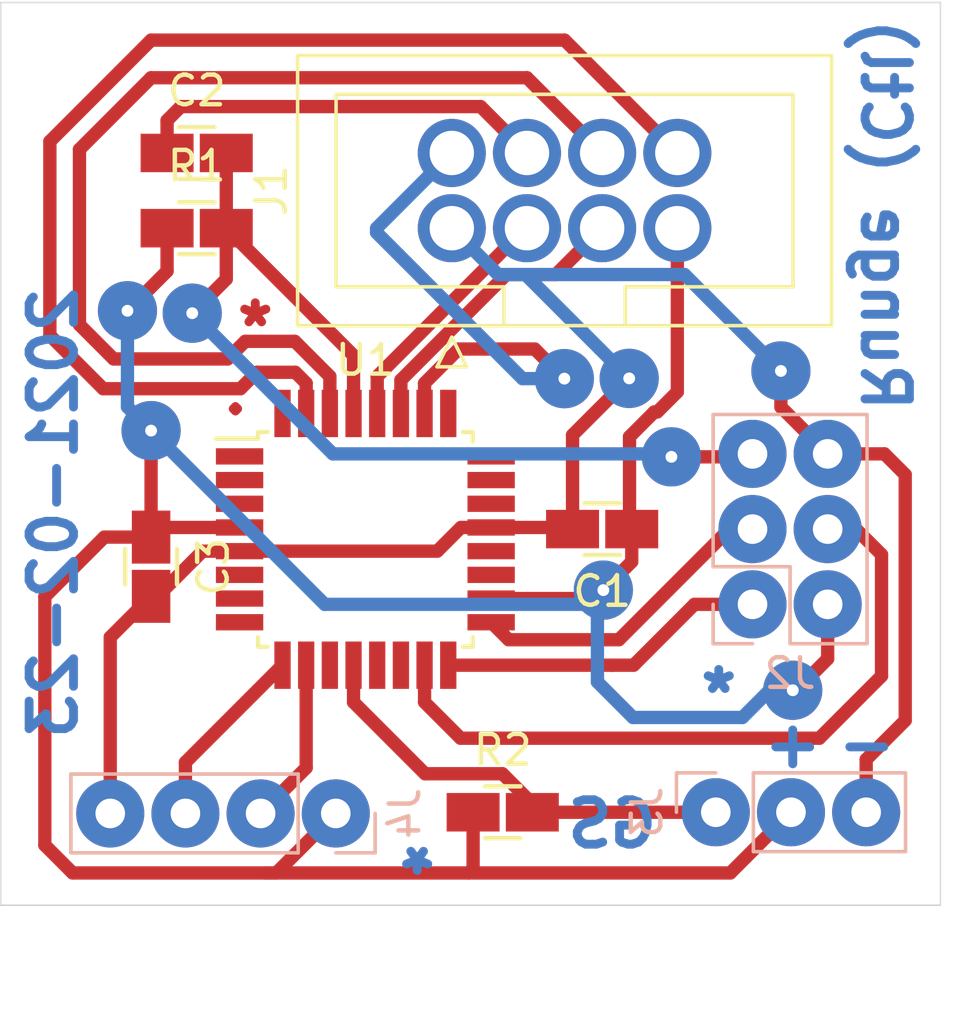
<source format=kicad_pcb>
(kicad_pcb (version 20221018) (generator pcbnew)
  (layers (0 "F.Cu" signal) (31 "B.Cu" signal) (34 "B.Paste" user) (35 "F.Paste" user) (36 "B.SilkS" user "B.Silkscreen") (37 "F.SilkS" user "F.Silkscreen") (38 "B.Mask" user) (39 "F.Mask" user) (44 "Edge.Cuts" user))
  (net 0 "")
  (net 1 "+5V")
  (net 2 "GND")
  (net 3 "DTR")
  (net 4 "RESET")
  (net 5 "TXD")
  (net 6 "RXD")
  (net 7 "INT")
  (net 8 "SDA")
  (net 9 "SCL")
  (net 10 "MOSI")
  (net 11 "SCK")
  (net 12 "MISO")
  (net 13 "GRINDER")
  (net 14 "Net-(J4-Pad3)")
  (net 15 "Net-(J4-Pad2)")
  (footprint "coddingtonbear:0805_Milling" (layer "F.Cu") (at 149.86 66.04 180)
    (fp_text reference "C1" (at 0 -2.1) (layer "F.SilkS"))
    (fp_text value "0.1u")
    (fp_line (start -0.6 -0.875) (end 0.6 -0.875) (stroke (width 0.15)) (layer "F.SilkS"))
    (fp_line (start 0.6 0.875) (end -0.6 0.875) (stroke (width 0.15)) (layer "F.SilkS"))
    (pad "1" smd rect (at -1 0 180) (size 1.79 1.3) (layers "F.Cu" "F.Paste" "F.Mask") (net 1 "+5V"))
    (pad "2" smd rect (at 1 0 180) (size 1.79 1.3) (layers "F.Cu" "F.Paste" "F.Mask") (net 2 "GND"))
  )
  (footprint "coddingtonbear:0805_Milling" (layer "F.Cu") (at 136.16 53.34)
    (fp_text reference "C2" (at 0 -2.1) (layer "F.SilkS"))
    (fp_text value "0.1u")
    (fp_line (start -0.6 -0.875) (end 0.6 -0.875) (stroke (width 0.15)) (layer "F.SilkS"))
    (fp_line (start 0.6 0.875) (end -0.6 0.875) (stroke (width 0.15)) (layer "F.SilkS"))
    (pad "1" smd rect (at -1 0) (size 1.79 1.3) (layers "F.Cu" "F.Paste" "F.Mask") (net 3 "DTR"))
    (pad "2" smd rect (at 1 0) (size 1.79 1.3) (layers "F.Cu" "F.Paste" "F.Mask") (net 4 "RESET"))
  )
  (footprint "Connector_IDC:IDC-Header_2x04_P2.54mm_Vertical" (layer "F.Cu") (at 144.78 55.88 90)
    (fp_text reference "J1" (at 1.27 -6.1 90) (layer "F.SilkS"))
    (fp_text value "Board Connector")
    (fp_line (start -4.68 -0.5) (end -4.68 0.5) (stroke (width 0.12)) (layer "F.SilkS"))
    (fp_line (start -4.68 0.5) (end -3.68 0) (stroke (width 0.12)) (layer "F.SilkS"))
    (fp_line (start -3.68 0) (end -4.68 -0.5) (stroke (width 0.12)) (layer "F.SilkS"))
    (fp_line (start -3.29 -5.21) (end 5.83 -5.21) (stroke (width 0.12)) (layer "F.SilkS"))
    (fp_line (start -3.29 1.76) (end -1.98 1.76) (stroke (width 0.12)) (layer "F.SilkS"))
    (fp_line (start -3.29 12.83) (end -3.29 -5.21) (stroke (width 0.12)) (layer "F.SilkS"))
    (fp_line (start -1.98 -3.91) (end 4.52 -3.91) (stroke (width 0.12)) (layer "F.SilkS"))
    (fp_line (start -1.98 1.76) (end -1.98 -3.91) (stroke (width 0.12)) (layer "F.SilkS"))
    (fp_line (start -1.98 5.86) (end -3.29 5.86) (stroke (width 0.12)) (layer "F.SilkS"))
    (fp_line (start -1.98 5.86) (end -1.98 5.86) (stroke (width 0.12)) (layer "F.SilkS"))
    (fp_line (start -1.98 11.53) (end -1.98 5.86) (stroke (width 0.12)) (layer "F.SilkS"))
    (fp_line (start 4.52 -3.91) (end 4.52 11.53) (stroke (width 0.12)) (layer "F.SilkS"))
    (fp_line (start 4.52 11.53) (end -1.98 11.53) (stroke (width 0.12)) (layer "F.SilkS"))
    (fp_line (start 5.83 -5.21) (end 5.83 12.83) (stroke (width 0.12)) (layer "F.SilkS"))
    (fp_line (start 5.83 12.83) (end -3.29 12.83) (stroke (width 0.12)) (layer "F.SilkS"))
    (pad "1" thru_hole circle (at 0 0 90) (size 2.3 2.3) (drill 1.5) (layers "*.Cu" "*.Mask") (net 2 "GND"))
    (pad "2" thru_hole circle (at 2.54 0 90) (size 2.3 2.3) (drill 1.5) (layers "*.Cu" "*.Mask") (net 7 "INT"))
    (pad "3" thru_hole circle (at 0 2.54 90) (size 2.3 2.3) (drill 1.5) (layers "*.Cu" "*.Mask") (net 9 "SCL"))
    (pad "4" thru_hole circle (at 2.54 2.54 90) (size 2.3 2.3) (drill 1.5) (layers "*.Cu" "*.Mask") (net 3 "DTR"))
    (pad "5" thru_hole circle (at 0 5.08 90) (size 2.3 2.3) (drill 1.5) (layers "*.Cu" "*.Mask") (net 8 "SDA"))
    (pad "6" thru_hole circle (at 2.54 5.08 90) (size 2.3 2.3) (drill 1.5) (layers "*.Cu" "*.Mask") (net 6 "RXD"))
    (pad "7" thru_hole circle (at 0 7.62 90) (size 2.3 2.3) (drill 1.5) (layers "*.Cu" "*.Mask") (net 1 "+5V"))
    (pad "8" thru_hole circle (at 2.54 7.62 90) (size 2.3 2.3) (drill 1.5) (layers "*.Cu" "*.Mask") (net 5 "TXD"))
  )
  (footprint "coddingtonbear:0805_Milling" (layer "F.Cu") (at 136.16 55.88)
    (fp_text reference "R1" (at 0 -2.1) (layer "F.SilkS"))
    (fp_text value "10k")
    (fp_line (start -0.6 -0.875) (end 0.6 -0.875) (stroke (width 0.15)) (layer "F.SilkS"))
    (fp_line (start 0.6 0.875) (end -0.6 0.875) (stroke (width 0.15)) (layer "F.SilkS"))
    (pad "1" smd rect (at -1 0) (size 1.79 1.3) (layers "F.Cu" "F.Paste" "F.Mask") (net 1 "+5V"))
    (pad "2" smd rect (at 1 0) (size 1.79 1.3) (layers "F.Cu" "F.Paste" "F.Mask") (net 4 "RESET"))
  )
  (footprint "coddingtonbear:0805_Milling" (layer "F.Cu") (at 146.5 75.6)
    (fp_text reference "R2" (at 0 -2.1) (layer "F.SilkS"))
    (fp_text value "10k")
    (fp_line (start -0.6 -0.875) (end 0.6 -0.875) (stroke (width 0.15)) (layer "F.SilkS"))
    (fp_line (start 0.6 0.875) (end -0.6 0.875) (stroke (width 0.15)) (layer "F.SilkS"))
    (pad "1" smd rect (at -1 0) (size 1.79 1.3) (layers "F.Cu" "F.Paste" "F.Mask") (net 1 "+5V"))
    (pad "2" smd rect (at 1 0) (size 1.79 1.3) (layers "F.Cu" "F.Paste" "F.Mask") (net 13 "GRINDER"))
  )
  (footprint "Package_QFP:TQFP-32_7x7mm_P0.8mm" (layer "F.Cu") (at 141.860001 66.385)
    (fp_text reference "U1" (at 0 -6.05) (layer "F.SilkS"))
    (fp_text value "ATmega328PB-AU")
    (fp_line (start -3.625 -3.625) (end -3.625 -3.4) (stroke (width 0.15)) (layer "F.SilkS"))
    (fp_line (start -3.625 -3.625) (end -3.3 -3.625) (stroke (width 0.15)) (layer "F.SilkS"))
    (fp_line (start -3.625 -3.4) (end -5.05 -3.4) (stroke (width 0.15)) (layer "F.SilkS"))
    (fp_line (start -3.625 3.625) (end -3.625 3.3) (stroke (width 0.15)) (layer "F.SilkS"))
    (fp_line (start -3.625 3.625) (end -3.3 3.625) (stroke (width 0.15)) (layer "F.SilkS"))
    (fp_line (start 3.625 -3.625) (end 3.3 -3.625) (stroke (width 0.15)) (layer "F.SilkS"))
    (fp_line (start 3.625 -3.625) (end 3.625 -3.3) (stroke (width 0.15)) (layer "F.SilkS"))
    (fp_line (start 3.625 3.625) (end 3.3 3.625) (stroke (width 0.15)) (layer "F.SilkS"))
    (fp_line (start 3.625 3.625) (end 3.625 3.3) (stroke (width 0.15)) (layer "F.SilkS"))
    (pad "1" smd rect (at -4.25 -2.8) (size 1.6 0.55) (layers "F.Cu" "F.Paste" "F.Mask"))
    (pad "2" smd rect (at -4.25 -2) (size 1.6 0.55) (layers "F.Cu" "F.Paste" "F.Mask"))
    (pad "3" smd rect (at -4.25 -1.2) (size 1.6 0.55) (layers "F.Cu" "F.Paste" "F.Mask"))
    (pad "4" smd rect (at -4.25 -0.4) (size 1.6 0.55) (layers "F.Cu" "F.Paste" "F.Mask") (net 1 "+5V"))
    (pad "5" smd rect (at -4.25 0.4) (size 1.6 0.55) (layers "F.Cu" "F.Paste" "F.Mask") (net 2 "GND"))
    (pad "6" smd rect (at -4.25 1.2) (size 1.6 0.55) (layers "F.Cu" "F.Paste" "F.Mask"))
    (pad "7" smd rect (at -4.25 2) (size 1.6 0.55) (layers "F.Cu" "F.Paste" "F.Mask"))
    (pad "8" smd rect (at -4.25 2.8) (size 1.6 0.55) (layers "F.Cu" "F.Paste" "F.Mask"))
    (pad "9" smd rect (at -2.8 4.25 90) (size 1.6 0.55) (layers "F.Cu" "F.Paste" "F.Mask") (net 14 "Net-(J4-Pad3)"))
    (pad "10" smd rect (at -2 4.25 90) (size 1.6 0.55) (layers "F.Cu" "F.Paste" "F.Mask") (net 15 "Net-(J4-Pad2)"))
    (pad "11" smd rect (at -1.2 4.25 90) (size 1.6 0.55) (layers "F.Cu" "F.Paste" "F.Mask"))
    (pad "12" smd rect (at -0.4 4.25 90) (size 1.6 0.55) (layers "F.Cu" "F.Paste" "F.Mask") (net 13 "GRINDER"))
    (pad "13" smd rect (at 0.4 4.25 90) (size 1.6 0.55) (layers "F.Cu" "F.Paste" "F.Mask"))
    (pad "14" smd rect (at 1.2 4.25 90) (size 1.6 0.55) (layers "F.Cu" "F.Paste" "F.Mask"))
    (pad "15" smd rect (at 2 4.25 90) (size 1.6 0.55) (layers "F.Cu" "F.Paste" "F.Mask") (net 10 "MOSI"))
    (pad "16" smd rect (at 2.8 4.25 90) (size 1.6 0.55) (layers "F.Cu" "F.Paste" "F.Mask") (net 12 "MISO"))
    (pad "17" smd rect (at 4.25 2.8) (size 1.6 0.55) (layers "F.Cu" "F.Paste" "F.Mask") (net 11 "SCK"))
    (pad "18" smd rect (at 4.25 2) (size 1.6 0.55) (layers "F.Cu" "F.Paste" "F.Mask") (net 1 "+5V"))
    (pad "19" smd rect (at 4.25 1.2) (size 1.6 0.55) (layers "F.Cu" "F.Paste" "F.Mask"))
    (pad "20" smd rect (at 4.25 0.4) (size 1.6 0.55) (layers "F.Cu" "F.Paste" "F.Mask"))
    (pad "21" smd rect (at 4.25 -0.4) (size 1.6 0.55) (layers "F.Cu" "F.Paste" "F.Mask") (net 2 "GND"))
    (pad "22" smd rect (at 4.25 -1.2) (size 1.6 0.55) (layers "F.Cu" "F.Paste" "F.Mask"))
    (pad "23" smd rect (at 4.25 -2) (size 1.6 0.55) (layers "F.Cu" "F.Paste" "F.Mask"))
    (pad "24" smd rect (at 4.25 -2.8) (size 1.6 0.55) (layers "F.Cu" "F.Paste" "F.Mask"))
    (pad "25" smd rect (at 2.8 -4.25 90) (size 1.6 0.55) (layers "F.Cu" "F.Paste" "F.Mask"))
    (pad "26" smd rect (at 2 -4.25 90) (size 1.6 0.55) (layers "F.Cu" "F.Paste" "F.Mask") (net 7 "INT"))
    (pad "27" smd rect (at 1.2 -4.25 90) (size 1.6 0.55) (layers "F.Cu" "F.Paste" "F.Mask") (net 8 "SDA"))
    (pad "28" smd rect (at 0.4 -4.25 90) (size 1.6 0.55) (layers "F.Cu" "F.Paste" "F.Mask") (net 9 "SCL"))
    (pad "29" smd rect (at -0.4 -4.25 90) (size 1.6 0.55) (layers "F.Cu" "F.Paste" "F.Mask") (net 4 "RESET"))
    (pad "30" smd rect (at -1.2 -4.25 90) (size 1.6 0.55) (layers "F.Cu" "F.Paste" "F.Mask") (net 6 "RXD"))
    (pad "31" smd rect (at -2 -4.25 90) (size 1.6 0.55) (layers "F.Cu" "F.Paste" "F.Mask") (net 5 "TXD"))
    (pad "32" smd rect (at -2.8 -4.25 90) (size 1.6 0.55) (layers "F.Cu" "F.Paste" "F.Mask"))
  )
  (footprint "coddingtonbear:0805_Milling" (layer "F.Cu") (at 134.62 67.31 -90)
    (fp_text reference "C3" (at 0 -2.1 90) (layer "F.SilkS"))
    (fp_text value "0.1u")
    (fp_line (start -0.6 -0.875) (end 0.6 -0.875) (stroke (width 0.15)) (layer "F.SilkS"))
    (fp_line (start 0.6 0.875) (end -0.6 0.875) (stroke (width 0.15)) (layer "F.SilkS"))
    (pad "1" smd rect (at -1 0 270) (size 1.79 1.3) (layers "F.Cu" "F.Paste" "F.Mask") (net 1 "+5V"))
    (pad "2" smd rect (at 1 0 270) (size 1.79 1.3) (layers "F.Cu" "F.Paste" "F.Mask") (net 2 "GND"))
  )
  (footprint "Connector_PinHeader_2.54mm:PinHeader_2x03_P2.54mm_Vertical" (layer "B.Cu") (at 154.94 68.58)
    (fp_text reference "J2" (at 1.27 2.33) (layer "B.SilkS") (effects (justify mirror)))
    (fp_text value "ICSP")
    (fp_line (start -1.33 -6.41) (end 3.87 -6.41) (stroke (width 0.12)) (layer "B.SilkS"))
    (fp_line (start -1.33 -1.27) (end -1.33 -6.41) (stroke (width 0.12)) (layer "B.SilkS"))
    (fp_line (start -1.33 -1.27) (end 1.27 -1.27) (stroke (width 0.12)) (layer "B.SilkS"))
    (fp_line (start -1.33 0) (end -1.33 1.33) (stroke (width 0.12)) (layer "B.SilkS"))
    (fp_line (start -1.33 1.33) (end 0 1.33) (stroke (width 0.12)) (layer "B.SilkS"))
    (fp_line (start 1.27 -1.27) (end 1.27 1.33) (stroke (width 0.12)) (layer "B.SilkS"))
    (fp_line (start 1.27 1.33) (end 3.87 1.33) (stroke (width 0.12)) (layer "B.SilkS"))
    (fp_line (start 3.87 1.33) (end 3.87 -6.41) (stroke (width 0.12)) (layer "B.SilkS"))
    (pad "1" thru_hole circle (at 0 0) (size 2.3 2.3) (drill 1) (layers "*.Cu" "*.Mask") (net 12 "MISO"))
    (pad "2" thru_hole circle (at 2.54 0) (size 2.3 2.3) (drill 1) (layers "*.Cu" "*.Mask") (net 1 "+5V"))
    (pad "3" thru_hole circle (at 0 -2.54) (size 2.3 2.3) (drill 1) (layers "*.Cu" "*.Mask") (net 11 "SCK"))
    (pad "4" thru_hole circle (at 2.54 -2.54) (size 2.3 2.3) (drill 1) (layers "*.Cu" "*.Mask") (net 10 "MOSI"))
    (pad "5" thru_hole circle (at 0 -5.08) (size 2.3 2.3) (drill 1) (layers "*.Cu" "*.Mask") (net 4 "RESET"))
    (pad "6" thru_hole circle (at 2.54 -5.08) (size 2.3 2.3) (drill 1) (layers "*.Cu" "*.Mask") (net 2 "GND"))
  )
  (footprint "Connector_PinHeader_2.54mm:PinHeader_1x03_P2.54mm_Vertical" (layer "B.Cu") (at 153.7 75.6 -90)
    (fp_text reference "J3" (at 0 2.33 270) (layer "B.SilkS") (effects (justify mirror)))
    (fp_text value "Power and Grinder")
    (fp_line (start -1.33 -6.41) (end 1.33 -6.41) (stroke (width 0.12)) (layer "B.SilkS"))
    (fp_line (start -1.33 -1.27) (end -1.33 -6.41) (stroke (width 0.12)) (layer "B.SilkS"))
    (fp_line (start -1.33 -1.27) (end 1.33 -1.27) (stroke (width 0.12)) (layer "B.SilkS"))
    (fp_line (start -1.33 0) (end -1.33 1.33) (stroke (width 0.12)) (layer "B.SilkS"))
    (fp_line (start -1.33 1.33) (end 0 1.33) (stroke (width 0.12)) (layer "B.SilkS"))
    (fp_line (start 1.33 -1.27) (end 1.33 -6.41) (stroke (width 0.12)) (layer "B.SilkS"))
    (pad "1" thru_hole circle (at 0 0 270) (size 2.3 2.3) (drill 1) (layers "*.Cu" "*.Mask") (net 13 "GRINDER"))
    (pad "2" thru_hole circle (at 0 -2.54 270) (size 2.3 2.3) (drill 1) (layers "*.Cu" "*.Mask") (net 1 "+5V"))
    (pad "3" thru_hole circle (at 0 -5.08 270) (size 2.3 2.3) (drill 1) (layers "*.Cu" "*.Mask") (net 2 "GND"))
  )
  (footprint "Connector_PinHeader_2.54mm:PinHeader_1x04_P2.54mm_Vertical" (layer "B.Cu") (at 140.86 75.64 90)
    (fp_text reference "J4" (at 0 2.33 270) (layer "B.SilkS") (effects (justify mirror)))
    (fp_text value "Load Cell")
    (fp_line (start -1.33 -8.95) (end 1.33 -8.95) (stroke (width 0.12)) (layer "B.SilkS"))
    (fp_line (start -1.33 -1.27) (end -1.33 -8.95) (stroke (width 0.12)) (layer "B.SilkS"))
    (fp_line (start -1.33 -1.27) (end 1.33 -1.27) (stroke (width 0.12)) (layer "B.SilkS"))
    (fp_line (start -1.33 0) (end -1.33 1.33) (stroke (width 0.12)) (layer "B.SilkS"))
    (fp_line (start -1.33 1.33) (end 0 1.33) (stroke (width 0.12)) (layer "B.SilkS"))
    (fp_line (start 1.33 -1.27) (end 1.33 -8.95) (stroke (width 0.12)) (layer "B.SilkS"))
    (pad "1" thru_hole circle (at 0 0 90) (size 2.3 2.3) (drill 1) (layers "*.Cu" "*.Mask") (net 1 "+5V"))
    (pad "2" thru_hole circle (at 0 -2.54 90) (size 2.3 2.3) (drill 1) (layers "*.Cu" "*.Mask") (net 15 "Net-(J4-Pad2)"))
    (pad "3" thru_hole circle (at 0 -5.08 90) (size 2.3 2.3) (drill 1) (layers "*.Cu" "*.Mask") (net 14 "Net-(J4-Pad3)"))
    (pad "4" thru_hole circle (at 0 -7.62 90) (size 2.3 2.3) (drill 1) (layers "*.Cu" "*.Mask") (net 2 "GND"))
  )
  (gr_line (start 129.54 48.26) (end 161.29 48.26) (stroke (width 0.05)) (layer "Edge.Cuts"))
  (gr_line (start 161.29 48.26) (end 161.29 78.74) (stroke (width 0.05)) (layer "Edge.Cuts"))
  (gr_line (start 129.54 78.74) (end 129.54 48.26) (stroke (width 0.05)) (layer "Edge.Cuts"))
  (gr_line (start 161.29 78.74) (end 129.54 78.74) (stroke (width 0.05)) (layer "Edge.Cuts"))
  (gr_text "*" (at 138.14 59.22) (layer "F.Cu") (effects (font (size 1.5 1.5) (thickness 0.3))))
  (gr_text "." (at 137.47 61.37) (layer "F.Cu") (effects (font (size 1.5 1.5) (thickness 0.3))))
  (gr_text "+" (at 156.3 73.5 180) (layer "B.Cu") (effects (font (size 1.5 1.5) (thickness 0.3)) (justify mirror)))
  (gr_text "Runge (Ctl)" (at 159.42 55.43 270) (layer "B.Cu") (effects (font (size 1.5 1.5) (thickness 0.3)) (justify mirror)))
  (gr_text "GS" (at 150.2 76) (layer "B.Cu") (effects (font (size 1.5 1.5) (thickness 0.3)) (justify mirror)))
  (gr_text "2021-02-23" (at 131.32 65.49 90) (layer "B.Cu") (effects (font (size 1.5 1.5) (thickness 0.3)) (justify mirror)))
  (gr_text "-" (at 158.8 73.5 180) (layer "B.Cu") (effects (font (size 1.5 1.5) (thickness 0.3)) (justify mirror)))
  (gr_text "*" (at 143.61 76.74 180) (layer "B.Cu") (effects (font (size 1.5 1.5) (thickness 0.3)) (justify mirror)))
  (gr_text "*" (at 153.8 71.6) (layer "B.Cu") (effects (font (size 1.5 1.5) (thickness 0.3))))
  (segment (start 149.615 68.385) (end 149.9 68.1) (width 0.45) (layer "F.Cu") (net 1))
  (segment (start 131.97 77.65) (end 131.03 76.71) (width 0.45) (layer "F.Cu") (net 1))
  (segment (start 149.9 68.1) (end 150.86 67.14) (width 0.45) (layer "F.Cu") (net 1))
  (segment (start 131.03 68.32) (end 133.04 66.31) (width 0.45) (layer "F.Cu") (net 1))
  (segment (start 156.418572 71.481428) (end 156.3 71.481428) (width 0.45) (layer "F.Cu") (net 1))
  (segment (start 138.45 77.65) (end 131.97 77.65) (width 0.45) (layer "F.Cu") (net 1))
  (segment (start 154.19 77.65) (end 156.24 75.6) (width 0.45) (layer "F.Cu") (net 1))
  (segment (start 138.85 77.65) (end 138.45 77.65) (width 0.45) (layer "F.Cu") (net 1))
  (segment (start 150.784999 65.964999) (end 150.784999 62.920799) (width 0.45) (layer "F.Cu") (net 1))
  (segment (start 135.16 57.329741) (end 133.821515 58.668226) (width 0.45) (layer "F.Cu") (net 1))
  (segment (start 145.35 77.65) (end 154.19 77.65) (width 0.45) (layer "F.Cu") (net 1))
  (segment (start 150.86 66.04) (end 150.784999 65.964999) (width 0.45) (layer "F.Cu") (net 1))
  (segment (start 145.5 77.5) (end 145.35 77.65) (width 0.45) (layer "F.Cu") (net 1))
  (segment (start 140.86 75.64) (end 138.85 77.65) (width 0.45) (layer "F.Cu") (net 1))
  (segment (start 138.45 77.65) (end 145.35 77.65) (width 0.45) (layer "F.Cu") (net 1))
  (segment (start 146.110001 68.385) (end 149.615 68.385) (width 0.45) (layer "F.Cu") (net 1))
  (segment (start 137.610001 65.985) (end 134.945 65.985) (width 0.45) (layer "F.Cu") (net 1))
  (segment (start 152.4 61.405798) (end 152.4 55.88) (width 0.45) (layer "F.Cu") (net 1))
  (segment (start 151.620799 62.084999) (end 151.720799 62.084999) (width 0.45) (layer "F.Cu") (net 1))
  (segment (start 145.5 75.6) (end 145.5 77.5) (width 0.45) (layer "F.Cu") (net 1))
  (segment (start 131.03 76.71) (end 131.03 68.32) (width 0.45) (layer "F.Cu") (net 1))
  (segment (start 150.86 67.14) (end 150.86 66.04) (width 0.45) (layer "F.Cu") (net 1))
  (segment (start 135.16 55.88) (end 135.16 57.329741) (width 0.45) (layer "F.Cu") (net 1))
  (segment (start 133.04 66.31) (end 134.62 66.31) (width 0.45) (layer "F.Cu") (net 1))
  (segment (start 134.945 65.985) (end 134.62 66.31) (width 0.45) (layer "F.Cu") (net 1))
  (segment (start 151.720799 62.084999) (end 152.4 61.405798) (width 0.45) (layer "F.Cu") (net 1))
  (segment (start 134.62 66.31) (end 134.62 62.71501) (width 0.45) (layer "F.Cu") (net 1))
  (segment (start 150.784999 62.920799) (end 151.620799 62.084999) (width 0.45) (layer "F.Cu") (net 1))
  (segment (start 157.48 68.58) (end 157.48 70.42) (width 0.45) (layer "F.Cu") (net 1))
  (segment (start 157.48 70.42) (end 156.418572 71.481428) (width 0.45) (layer "F.Cu") (net 1))
  (via (at 134.62 62.71501) (size 2) (drill 0.4) (layers "F.Cu" "B.Cu") (net 1))
  (via (at 133.821515 58.668226) (size 2) (drill 0.4) (layers "F.Cu" "B.Cu") (net 1))
  (via (at 156.3 71.481428) (size 2) (drill 0.4) (layers "F.Cu" "B.Cu") (net 1))
  (via (at 149.9 68.1) (size 2) (drill 0.4) (layers "F.Cu" "B.Cu") (net 1))
  (segment (start 135.619999 63.715009) (end 134.62 62.71501) (width 0.45) (layer "B.Cu") (net 1))
  (segment (start 149.7 68.3) (end 149.9 68.1) (width 0.45) (layer "B.Cu") (net 1))
  (segment (start 150.9 72.4) (end 149.7 71.2) (width 0.45) (layer "B.Cu") (net 1))
  (segment (start 155.518572 71.481428) (end 154.6 72.4) (width 0.45) (layer "B.Cu") (net 1))
  (segment (start 156.3 71.481428) (end 155.518572 71.481428) (width 0.45) (layer "B.Cu") (net 1))
  (segment (start 149.86 68.58) (end 149.64 68.36) (width 0.45) (layer "B.Cu") (net 1))
  (segment (start 133.821515 58.668226) (end 133.821515 61.916525) (width 0.45) (layer "B.Cu") (net 1))
  (segment (start 149.86 68.58) (end 149.86 68.14) (width 0.45) (layer "B.Cu") (net 1))
  (segment (start 149.86 68.14) (end 149.9 68.1) (width 0.45) (layer "B.Cu") (net 1))
  (segment (start 154.6 72.4) (end 150.9 72.4) (width 0.45) (layer "B.Cu") (net 1))
  (segment (start 133.821515 61.916525) (end 134.62 62.71501) (width 0.45) (layer "B.Cu") (net 1))
  (segment (start 149.7 71.2) (end 149.7 68.3) (width 0.45) (layer "B.Cu") (net 1))
  (segment (start 140.48499 68.58) (end 135.619999 63.715009) (width 0.45) (layer "B.Cu") (net 1))
  (segment (start 149.86 68.58) (end 140.48499 68.58) (width 0.45) (layer "B.Cu") (net 1))
  (segment (start 136.360001 66.785) (end 137.610001 66.785) (width 0.45) (layer "F.Cu") (net 2))
  (segment (start 160.1 72.5) (end 160.1 64.2) (width 0.45) (layer "F.Cu") (net 2))
  (segment (start 160.1 64.2) (end 159.4 63.5) (width 0.45) (layer "F.Cu") (net 2))
  (segment (start 155.9 61.92) (end 157.48 63.5) (width 0.45) (layer "F.Cu") (net 2))
  (segment (start 158.78 73.82) (end 160.1 72.5) (width 0.45) (layer "F.Cu") (net 2))
  (segment (start 148.805 65.985) (end 148.86 66.04) (width 0.45) (layer "F.Cu") (net 2))
  (segment (start 134.62 68.31) (end 134.835001 68.31) (width 0.45) (layer "F.Cu") (net 2))
  (segment (start 134.835001 68.31) (end 136.360001 66.785) (width 0.45) (layer "F.Cu") (net 2))
  (segment (start 158.78 75.6) (end 158.78 73.82) (width 0.45) (layer "F.Cu") (net 2))
  (segment (start 144.287999 66.785) (end 145.087999 65.985) (width 0.45) (layer "F.Cu") (net 2))
  (segment (start 148.86 66.04) (end 148.86 62.865264) (width 0.45) (layer "F.Cu") (net 2))
  (segment (start 148.86 62.865264) (end 150.773705 60.951559) (width 0.45) (layer "F.Cu") (net 2))
  (segment (start 145.087999 65.985) (end 146.110001 65.985) (width 0.45) (layer "F.Cu") (net 2))
  (segment (start 137.610001 66.785) (end 144.287999 66.785) (width 0.45) (layer "F.Cu") (net 2))
  (segment (start 133.24 69.69) (end 134.62 68.31) (width 0.45) (layer "F.Cu") (net 2))
  (segment (start 155.9 60.7) (end 155.9 61.92) (width 0.45) (layer "F.Cu") (net 2))
  (segment (start 159.4 63.5) (end 157.48 63.5) (width 0.45) (layer "F.Cu") (net 2))
  (segment (start 133.24 75.64) (end 133.24 69.69) (width 0.45) (layer "F.Cu") (net 2))
  (segment (start 146.110001 65.985) (end 148.805 65.985) (width 0.45) (layer "F.Cu") (net 2))
  (via (at 155.9 60.7) (size 2) (drill 0.4) (layers "F.Cu" "B.Cu") (net 2))
  (via (at 150.773705 60.951559) (size 2) (drill 0.4) (layers "F.Cu" "B.Cu") (net 2))
  (segment (start 151.425001 57.445001) (end 152.645001 57.445001) (width 0.45) (layer "B.Cu") (net 2))
  (segment (start 146.345001 57.445001) (end 147.267147 57.445001) (width 0.45) (layer "B.Cu") (net 2))
  (segment (start 146.345001 57.445001) (end 151.425001 57.445001) (width 0.45) (layer "B.Cu") (net 2))
  (segment (start 149.773706 59.95156) (end 150.773705 60.951559) (width 0.45) (layer "B.Cu") (net 2))
  (segment (start 147.267147 57.445001) (end 149.773706 59.95156) (width 0.45) (layer "B.Cu") (net 2))
  (segment (start 152.645001 57.445001) (end 155.9 60.7) (width 0.45) (layer "B.Cu") (net 2))
  (segment (start 144.78 55.88) (end 146.345001 57.445001) (width 0.45) (layer "B.Cu") (net 2))
  (segment (start 135.625001 51.774999) (end 145.754999 51.774999) (width 0.45) (layer "F.Cu") (net 3))
  (segment (start 145.754999 51.774999) (end 147.32 53.34) (width 0.45) (layer "F.Cu") (net 3))
  (segment (start 135.16 53.34) (end 135.16 52.24) (width 0.45) (layer "F.Cu") (net 3))
  (segment (start 135.16 52.24) (end 135.625001 51.774999) (width 0.45) (layer "F.Cu") (net 3))
  (segment (start 137.16 55.88) (end 137.16 57.6) (width 0.45) (layer "F.Cu") (net 4))
  (segment (start 141.460001 62.135) (end 141.460001 60.180001) (width 0.45) (layer "F.Cu") (net 4))
  (segment (start 137.16 57.6) (end 136.01 58.75) (width 0.45) (layer "F.Cu") (net 4))
  (segment (start 141.460001 60.180001) (end 137.16 55.88) (width 0.45) (layer "F.Cu") (net 4))
  (segment (start 137.16 53.34) (end 137.16 55.88) (width 0.45) (layer "F.Cu") (net 4))
  (segment (start 154.84 63.6) (end 154.94 63.5) (width 0.45) (layer "F.Cu") (net 4))
  (segment (start 152.2 63.6) (end 154.84 63.6) (width 0.45) (layer "F.Cu") (net 4))
  (via (at 152.2 63.6) (size 2) (drill 0.4) (layers "F.Cu" "B.Cu") (net 4))
  (via (at 136.01 58.75) (size 2) (drill 0.4) (layers "F.Cu" "B.Cu") (net 4))
  (segment (start 152.1 63.5) (end 152.2 63.6) (width 0.45) (layer "B.Cu") (net 4))
  (segment (start 140.76 63.5) (end 136.01 58.75) (width 0.45) (layer "B.Cu") (net 4))
  (segment (start 140.76 63.5) (end 152.1 63.5) (width 0.45) (layer "B.Cu") (net 4))
  (segment (start 133 61.3) (end 131.2 59.5) (width 0.45) (layer "F.Cu") (net 5))
  (segment (start 131.2 59.5) (end 131.2 52.95) (width 0.45) (layer "F.Cu") (net 5))
  (segment (start 151.250001 52.190001) (end 152.4 53.34) (width 0.45) (layer "F.Cu") (net 5))
  (segment (start 137.639314 61.3) (end 133 61.3) (width 0.45) (layer "F.Cu") (net 5))
  (segment (start 139.492016 60.745013) (end 138.194301 60.745013) (width 0.45) (layer "F.Cu") (net 5))
  (segment (start 148.59 49.53) (end 151.250001 52.190001) (width 0.45) (layer "F.Cu") (net 5))
  (segment (start 131.2 52.95) (end 134.62 49.53) (width 0.45) (layer "F.Cu") (net 5))
  (segment (start 139.860001 61.112998) (end 139.492016 60.745013) (width 0.45) (layer "F.Cu") (net 5))
  (segment (start 139.860001 62.135) (end 139.860001 61.112998) (width 0.45) (layer "F.Cu") (net 5))
  (segment (start 134.62 49.53) (end 148.59 49.53) (width 0.45) (layer "F.Cu") (net 5))
  (segment (start 138.194301 60.745013) (end 137.639314 61.3) (width 0.45) (layer "F.Cu") (net 5))
  (segment (start 137.8 59.7) (end 137.204999 60.295001) (width 0.45) (layer "F.Cu") (net 6))
  (segment (start 132.2 59.140915) (end 132.2 53.22) (width 0.45) (layer "F.Cu") (net 6))
  (segment (start 133.354086 60.295001) (end 132.2 59.140915) (width 0.45) (layer "F.Cu") (net 6))
  (segment (start 139.475001 59.7) (end 137.8 59.7) (width 0.45) (layer "F.Cu") (net 6))
  (segment (start 137.204999 60.295001) (end 133.354086 60.295001) (width 0.45) (layer "F.Cu") (net 6))
  (segment (start 140.660001 62.135) (end 140.660001 60.885) (width 0.45) (layer "F.Cu") (net 6))
  (segment (start 147.32 50.8) (end 149.86 53.34) (width 0.45) (layer "F.Cu") (net 6))
  (segment (start 140.660001 60.885) (end 139.475001 59.7) (width 0.45) (layer "F.Cu") (net 6))
  (segment (start 134.62 50.8) (end 147.32 50.8) (width 0.45) (layer "F.Cu") (net 6))
  (segment (start 132.2 53.22) (end 134.62 50.8) (width 0.45) (layer "F.Cu") (net 6))
  (segment (start 143.860001 61.112998) (end 145.012974 59.960025) (width 0.45) (layer "F.Cu") (net 7))
  (segment (start 145.012974 59.960025) (end 147.583711 59.960025) (width 0.45) (layer "F.Cu") (net 7))
  (segment (start 143.860001 62.135) (end 143.860001 61.112998) (width 0.45) (layer "F.Cu") (net 7))
  (segment (start 147.583711 59.960025) (end 148.58371 60.960024) (width 0.45) (layer "F.Cu") (net 7))
  (via (at 148.58371 60.960024) (size 2) (drill 0.4) (layers "F.Cu" "B.Cu") (net 7))
  (segment (start 142.24 55.88) (end 142.24 56.030527) (width 0.45) (layer "B.Cu") (net 7))
  (segment (start 142.24 56.030527) (end 147.169497 60.960024) (width 0.45) (layer "B.Cu") (net 7))
  (segment (start 144.78 53.34) (end 142.24 55.88) (width 0.45) (layer "B.Cu") (net 7))
  (segment (start 147.169497 60.960024) (end 148.58371 60.960024) (width 0.45) (layer "B.Cu") (net 7))
  (segment (start 148.294999 57.445001) (end 149.86 55.88) (width 0.45) (layer "F.Cu") (net 8))
  (segment (start 146.622886 57.445001) (end 148.294999 57.445001) (width 0.45) (layer "F.Cu") (net 8))
  (segment (start 143.060001 62.135) (end 143.060001 61.007886) (width 0.45) (layer "F.Cu") (net 8))
  (segment (start 143.060001 61.007886) (end 146.622886 57.445001) (width 0.45) (layer "F.Cu") (net 8))
  (segment (start 147.265001 55.88) (end 147.32 55.88) (width 0.45) (layer "F.Cu") (net 9))
  (segment (start 142.260001 62.135) (end 142.260001 60.885) (width 0.45) (layer "F.Cu") (net 9))
  (segment (start 142.260001 60.885) (end 147.265001 55.88) (width 0.45) (layer "F.Cu") (net 9))
  (segment (start 159.3 71) (end 159.3 66.9) (width 0.45) (layer "F.Cu") (net 10))
  (segment (start 157.2 73.1) (end 159.3 71) (width 0.45) (layer "F.Cu") (net 10))
  (segment (start 145.075001 73.1) (end 157.2 73.1) (width 0.45) (layer "F.Cu") (net 10))
  (segment (start 158.44 66.04) (end 157.48 66.04) (width 0.45) (layer "F.Cu") (net 10))
  (segment (start 143.860001 70.635) (end 143.860001 71.885) (width 0.45) (layer "F.Cu") (net 10))
  (segment (start 159.3 66.9) (end 158.44 66.04) (width 0.45) (layer "F.Cu") (net 10))
  (segment (start 143.860001 71.885) (end 145.075001 73.1) (width 0.45) (layer "F.Cu") (net 10))
  (segment (start 146.700002 69.775001) (end 150.424999 69.775001) (width 0.45) (layer "F.Cu") (net 11))
  (segment (start 150.424999 69.775001) (end 154.16 66.04) (width 0.45) (layer "F.Cu") (net 11))
  (segment (start 146.110001 69.185) (end 146.700002 69.775001) (width 0.45) (layer "F.Cu") (net 11))
  (segment (start 154.16 66.04) (end 154.94 66.04) (width 0.45) (layer "F.Cu") (net 11))
  (segment (start 150.185698 70.635012) (end 150.924988 70.635012) (width 0.45) (layer "F.Cu") (net 12))
  (segment (start 144.660001 70.635) (end 150.185686 70.635) (width 0.45) (layer "F.Cu") (net 12))
  (segment (start 150.185686 70.635) (end 150.185698 70.635012) (width 0.45) (layer "F.Cu") (net 12))
  (segment (start 152.98 68.58) (end 154.94 68.58) (width 0.45) (layer "F.Cu") (net 12))
  (segment (start 150.924988 70.635012) (end 152.98 68.58) (width 0.45) (layer "F.Cu") (net 12))
  (segment (start 147.5 75.6) (end 153.7 75.6) (width 0.45) (layer "F.Cu") (net 13))
  (segment (start 141.460001 71.885) (end 143.875001 74.3) (width 0.45) (layer "F.Cu") (net 13))
  (segment (start 147.5 75.307998) (end 147.5 75.6) (width 0.45) (layer "F.Cu") (net 13))
  (segment (start 141.460001 70.635) (end 141.460001 71.885) (width 0.45) (layer "F.Cu") (net 13))
  (segment (start 143.875001 74.3) (end 146.492002 74.3) (width 0.45) (layer "F.Cu") (net 13))
  (segment (start 146.492002 74.3) (end 147.5 75.307998) (width 0.45) (layer "F.Cu") (net 13))
  (segment (start 135.78 73.915001) (end 139.060001 70.635) (width 0.45) (layer "F.Cu") (net 14))
  (segment (start 135.78 75.64) (end 135.78 73.915001) (width 0.45) (layer "F.Cu") (net 14))
  (segment (start 138.32 75.64) (end 139.860001 74.099999) (width 0.45) (layer "F.Cu") (net 15))
  (segment (start 139.860001 74.099999) (end 139.860001 70.635) (width 0.45) (layer "F.Cu") (net 15))
)
</source>
